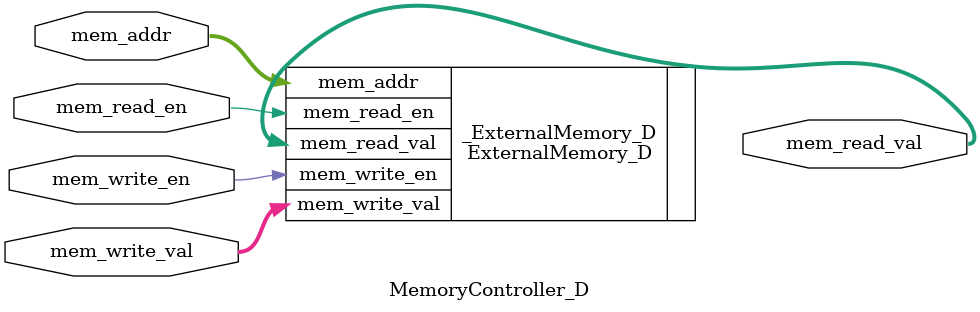
<source format=v>
`ifndef __MEMORYCONTROLLER_D_V__
`define __MEMORYCONTROLLER_D_V__

`include "ExternalMemory_D.v"

module MemoryController_D # (
	parameter MEM_WIDTH = 32,
	parameter MEM_SIZE = 256
	)	(
	input wire [$clog2(MEM_SIZE)-1:0] mem_addr,
	input wire mem_read_en,
	input wire mem_write_en,
	output wire [MEM_WIDTH-1:0] mem_read_val,
	input wire [MEM_WIDTH-1:0] mem_write_val
	);

	ExternalMemory_D # (
		.MEM_WIDTH(MEM_WIDTH),
		.MEM_SIZE(MEM_SIZE)
	) _ExternalMemory_D (
		.mem_addr(mem_addr),
		.mem_read_en(mem_read_en),
		.mem_write_en(mem_write_en),
		.mem_read_val(mem_read_val),
		.mem_write_val(mem_write_val)
	);

endmodule

`endif /*__MEMORYCONTROLLER_D_V__*/
</source>
